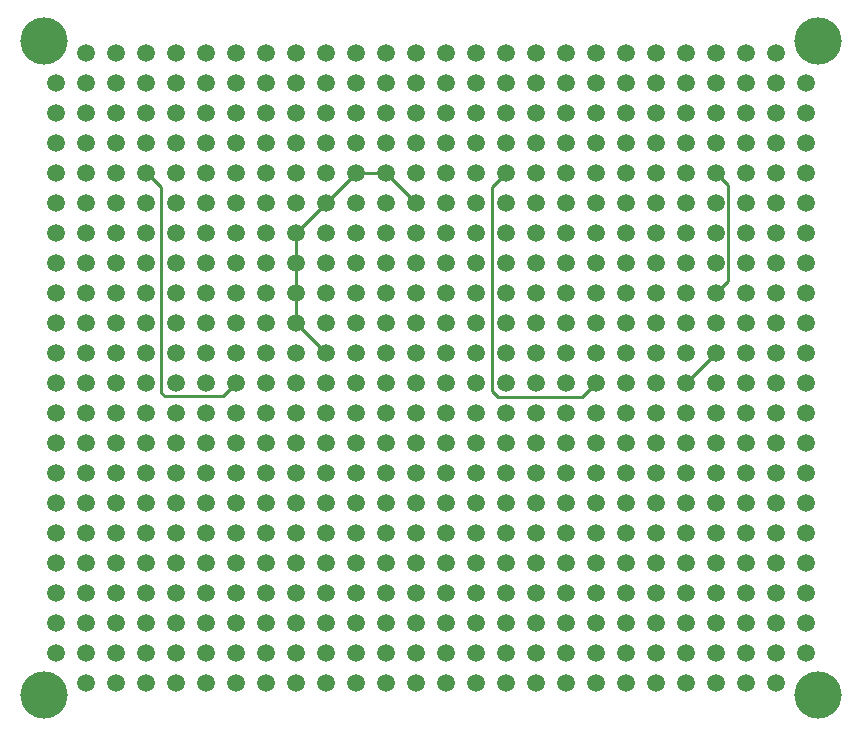
<source format=gbr>
%TF.GenerationSoftware,KiCad,Pcbnew,9.0.2*%
%TF.CreationDate,2025-08-09T13:20:03-07:00*%
%TF.ProjectId,perfidy-board,70657266-6964-4792-9d62-6f6172642e6b,1.1*%
%TF.SameCoordinates,Original*%
%TF.FileFunction,Copper,L3,Inr*%
%TF.FilePolarity,Positive*%
%FSLAX46Y46*%
G04 Gerber Fmt 4.6, Leading zero omitted, Abs format (unit mm)*
G04 Created by KiCad (PCBNEW 9.0.2) date 2025-08-09 13:20:03*
%MOMM*%
%LPD*%
G01*
G04 APERTURE LIST*
%TA.AperFunction,ComponentPad*%
%ADD10C,1.500000*%
%TD*%
%TA.AperFunction,ComponentPad*%
%ADD11C,4.000000*%
%TD*%
%TA.AperFunction,Conductor*%
%ADD12C,0.254000*%
%TD*%
G04 APERTURE END LIST*
D10*
%TO.N,unconnected-(TP40-Pad1)*%
%TO.C,TP40*%
X132560000Y-71660000D03*
%TD*%
%TO.N,unconnected-(TP567-Pad1)*%
%TO.C,TP567*%
X150340000Y-122460000D03*
%TD*%
%TO.N,unconnected-(TP554-Pad1)*%
%TO.C,TP554*%
X117320000Y-122460000D03*
%TD*%
%TO.N,unconnected-(TP543-Pad1)*%
%TO.C,TP543*%
X155420000Y-119920000D03*
%TD*%
%TO.N,unconnected-(TP133-Pad1)*%
%TO.C,TP133*%
X104620000Y-81820000D03*
%TD*%
%TO.N,unconnected-(TP450-Pad1)*%
%TO.C,TP450*%
X117320000Y-112300000D03*
%TD*%
%TO.N,unconnected-(TP499-Pad1)*%
%TO.C,TP499*%
X109700000Y-117380000D03*
%TD*%
%TO.N,unconnected-(TP526-Pad1)*%
%TO.C,TP526*%
X112240000Y-119920000D03*
%TD*%
%TO.N,unconnected-(TP208-Pad1)*%
%TO.C,TP208*%
X163040000Y-86900000D03*
%TD*%
%TO.N,unconnected-(TP146-Pad1)*%
%TO.C,TP146*%
X137640000Y-81820000D03*
%TD*%
%TO.N,unconnected-(TP239-Pad1)*%
%TO.C,TP239*%
X109700000Y-91980000D03*
%TD*%
%TO.N,unconnected-(TP261-Pad1)*%
%TO.C,TP261*%
X99540000Y-94520000D03*
%TD*%
%TO.N,unconnected-(TP324-Pad1)*%
%TO.C,TP324*%
X127480000Y-99600000D03*
%TD*%
%TO.N,unconnected-(TP129-Pad1)*%
%TO.C,TP129*%
X160500000Y-79280000D03*
%TD*%
%TO.N,unconnected-(TP278-Pad1)*%
%TO.C,TP278*%
X142720000Y-94520000D03*
%TD*%
%TO.N,unconnected-(TP54-Pad1)*%
%TO.C,TP54*%
X102080000Y-74200000D03*
%TD*%
%TO.N,unconnected-(TP229-Pad1)*%
%TO.C,TP229*%
X150340000Y-89440000D03*
%TD*%
%TO.N,unconnected-(TP375-Pad1)*%
%TO.C,TP375*%
X124940000Y-104680000D03*
%TD*%
%TO.N,unconnected-(TP348-Pad1)*%
%TO.C,TP348*%
X122400000Y-102140000D03*
%TD*%
%TO.N,/C*%
%TO.C,TP248*%
X132560000Y-91980000D03*
%TD*%
%TO.N,unconnected-(TP102-Pad1)*%
%TO.C,TP102*%
X157960000Y-76740000D03*
%TD*%
%TO.N,unconnected-(TP85-Pad1)*%
%TO.C,TP85*%
X114780000Y-76740000D03*
%TD*%
%TO.N,unconnected-(TP414-Pad1)*%
%TO.C,TP414*%
X157960000Y-107220000D03*
%TD*%
%TO.N,unconnected-(TP268-Pad1)*%
%TO.C,TP268*%
X117320000Y-94520000D03*
%TD*%
%TO.N,/B*%
%TO.C,TP115*%
X124940000Y-79280000D03*
%TD*%
%TO.N,unconnected-(TP410-Pad1)*%
%TO.C,TP410*%
X147800000Y-107220000D03*
%TD*%
%TO.N,unconnected-(TP39-Pad1)*%
%TO.C,TP39*%
X130020000Y-71660000D03*
%TD*%
%TO.N,unconnected-(TP7-Pad1)*%
%TO.C,TP7*%
X114780000Y-69120000D03*
%TD*%
%TO.N,unconnected-(TP223-Pad1)*%
%TO.C,TP223*%
X135100000Y-89440000D03*
%TD*%
%TO.N,unconnected-(TP22-Pad1)*%
%TO.C,TP22*%
X152880000Y-69120000D03*
%TD*%
%TO.N,unconnected-(TP12-Pad1)*%
%TO.C,TP12*%
X127480000Y-69120000D03*
%TD*%
%TO.N,unconnected-(TP480-Pad1)*%
%TO.C,TP480*%
X127480000Y-114840000D03*
%TD*%
%TO.N,unconnected-(TP428-Pad1)*%
%TO.C,TP428*%
X127480000Y-109760000D03*
%TD*%
%TO.N,unconnected-(TP64-Pad1)*%
%TO.C,TP64*%
X127480000Y-74200000D03*
%TD*%
%TO.N,unconnected-(TP206-Pad1)*%
%TO.C,TP206*%
X157960000Y-86900000D03*
%TD*%
%TO.N,unconnected-(TP444-Pad1)*%
%TO.C,TP444*%
X102080000Y-112300000D03*
%TD*%
%TO.N,unconnected-(TP124-Pad1)*%
%TO.C,TP124*%
X147800000Y-79280000D03*
%TD*%
%TO.N,/C*%
%TO.C,TP297*%
X124940000Y-97060000D03*
%TD*%
%TO.N,unconnected-(TP382-Pad1)*%
%TO.C,TP382*%
X142720000Y-104680000D03*
%TD*%
%TO.N,unconnected-(TP421-Pad1)*%
%TO.C,TP421*%
X109700000Y-109760000D03*
%TD*%
%TO.N,unconnected-(TP484-Pad1)*%
%TO.C,TP484*%
X137640000Y-114840000D03*
%TD*%
%TO.N,unconnected-(TP109-Pad1)*%
%TO.C,TP109*%
X109700000Y-79280000D03*
%TD*%
%TO.N,unconnected-(TP472-Pad1)*%
%TO.C,TP472*%
X107160000Y-114840000D03*
%TD*%
%TO.N,unconnected-(TP186-Pad1)*%
%TO.C,TP186*%
X107160000Y-86900000D03*
%TD*%
%TO.N,/E*%
%TO.C,TP283*%
X155420000Y-94520000D03*
%TD*%
%TO.N,unconnected-(TP166-Pad1)*%
%TO.C,TP166*%
X122400000Y-84360000D03*
%TD*%
%TO.N,unconnected-(TP182-Pad1)*%
%TO.C,TP182*%
X163040000Y-84360000D03*
%TD*%
%TO.N,/I*%
%TO.C,TP126*%
X152880000Y-79280000D03*
%TD*%
%TO.N,unconnected-(TP381-Pad1)*%
%TO.C,TP381*%
X140180000Y-104680000D03*
%TD*%
%TO.N,unconnected-(TP185-Pad1)*%
%TO.C,TP185*%
X104620000Y-86900000D03*
%TD*%
%TO.N,unconnected-(TP254-Pad1)*%
%TO.C,TP254*%
X147800000Y-91980000D03*
%TD*%
%TO.N,unconnected-(TP529-Pad1)*%
%TO.C,TP529*%
X119860000Y-119920000D03*
%TD*%
%TO.N,unconnected-(TP265-Pad1)*%
%TO.C,TP265*%
X109700000Y-94520000D03*
%TD*%
%TO.N,unconnected-(TP250-Pad1)*%
%TO.C,TP250*%
X137640000Y-91980000D03*
%TD*%
%TO.N,unconnected-(TP224-Pad1)*%
%TO.C,TP224*%
X137640000Y-89440000D03*
%TD*%
%TO.N,unconnected-(TP121-Pad1)*%
%TO.C,TP121*%
X140180000Y-79280000D03*
%TD*%
%TO.N,unconnected-(TP147-Pad1)*%
%TO.C,TP147*%
X140180000Y-81820000D03*
%TD*%
%TO.N,/C*%
%TO.C,TP298*%
X127480000Y-97060000D03*
%TD*%
%TO.N,unconnected-(TP31-Pad1)*%
%TO.C,TP31*%
X109700000Y-71660000D03*
%TD*%
%TO.N,/C*%
%TO.C,TP222*%
X132560000Y-89440000D03*
%TD*%
%TO.N,unconnected-(TP340-Pad1)*%
%TO.C,TP340*%
X102080000Y-102140000D03*
%TD*%
%TO.N,unconnected-(TP391-Pad1)*%
%TO.C,TP391*%
X99540000Y-107220000D03*
%TD*%
%TO.N,/D*%
%TO.C,TP305*%
X145260000Y-97060000D03*
%TD*%
%TO.N,/D*%
%TO.C,TP120*%
X137640000Y-79280000D03*
%TD*%
%TO.N,unconnected-(TP238-Pad1)*%
%TO.C,TP238*%
X107160000Y-91980000D03*
%TD*%
%TO.N,unconnected-(TP432-Pad1)*%
%TO.C,TP432*%
X137640000Y-109760000D03*
%TD*%
%TO.N,unconnected-(TP481-Pad1)*%
%TO.C,TP481*%
X130020000Y-114840000D03*
%TD*%
%TO.N,unconnected-(TP332-Pad1)*%
%TO.C,TP332*%
X147800000Y-99600000D03*
%TD*%
%TO.N,unconnected-(TP157-Pad1)*%
%TO.C,TP157*%
X99540000Y-84360000D03*
%TD*%
%TO.N,unconnected-(TP362-Pad1)*%
%TO.C,TP362*%
X157960000Y-102140000D03*
%TD*%
%TO.N,unconnected-(TP42-Pad1)*%
%TO.C,TP42*%
X137640000Y-71660000D03*
%TD*%
%TO.N,unconnected-(TP479-Pad1)*%
%TO.C,TP479*%
X124940000Y-114840000D03*
%TD*%
%TO.N,unconnected-(TP350-Pad1)*%
%TO.C,TP350*%
X127480000Y-102140000D03*
%TD*%
%TO.N,unconnected-(TP21-Pad1)*%
%TO.C,TP21*%
X150340000Y-69120000D03*
%TD*%
%TO.N,unconnected-(TP209-Pad1)*%
%TO.C,TP209*%
X99540000Y-89440000D03*
%TD*%
%TO.N,unconnected-(TP333-Pad1)*%
%TO.C,TP333*%
X150340000Y-99600000D03*
%TD*%
%TO.N,unconnected-(TP65-Pad1)*%
%TO.C,TP65*%
X130020000Y-74200000D03*
%TD*%
%TO.N,unconnected-(TP314-Pad1)*%
%TO.C,TP314*%
X102080000Y-99600000D03*
%TD*%
%TO.N,unconnected-(TP264-Pad1)*%
%TO.C,TP264*%
X107160000Y-94520000D03*
%TD*%
%TO.N,unconnected-(TP81-Pad1)*%
%TO.C,TP81*%
X104620000Y-76740000D03*
%TD*%
%TO.N,unconnected-(TP256-Pad1)*%
%TO.C,TP256*%
X152880000Y-91980000D03*
%TD*%
%TO.N,unconnected-(TP67-Pad1)*%
%TO.C,TP67*%
X135100000Y-74200000D03*
%TD*%
D11*
%TO.N,unconnected-(TP26-Pad1)*%
%TO.C,TP26*%
X164056000Y-68104000D03*
%TD*%
D10*
%TO.N,unconnected-(TP456-Pad1)*%
%TO.C,TP456*%
X132560000Y-112300000D03*
%TD*%
%TO.N,unconnected-(TP564-Pad1)*%
%TO.C,TP564*%
X142720000Y-122460000D03*
%TD*%
%TO.N,unconnected-(TP269-Pad1)*%
%TO.C,TP269*%
X119860000Y-94520000D03*
%TD*%
%TO.N,unconnected-(TP327-Pad1)*%
%TO.C,TP327*%
X135100000Y-99600000D03*
%TD*%
%TO.N,unconnected-(TP386-Pad1)*%
%TO.C,TP386*%
X152880000Y-104680000D03*
%TD*%
%TO.N,unconnected-(TP352-Pad1)*%
%TO.C,TP352*%
X132560000Y-102140000D03*
%TD*%
%TO.N,unconnected-(TP56-Pad1)*%
%TO.C,TP56*%
X107160000Y-74200000D03*
%TD*%
%TO.N,unconnected-(TP60-Pad1)*%
%TO.C,TP60*%
X117320000Y-74200000D03*
%TD*%
%TO.N,/G*%
%TO.C,TP394*%
X107160000Y-107220000D03*
%TD*%
%TO.N,unconnected-(TP33-Pad1)*%
%TO.C,TP33*%
X114780000Y-71660000D03*
%TD*%
%TO.N,unconnected-(TP13-Pad1)*%
%TO.C,TP13*%
X130020000Y-69120000D03*
%TD*%
%TO.N,unconnected-(TP334-Pad1)*%
%TO.C,TP334*%
X152880000Y-99600000D03*
%TD*%
%TO.N,unconnected-(TP317-Pad1)*%
%TO.C,TP317*%
X109700000Y-99600000D03*
%TD*%
%TO.N,unconnected-(TP372-Pad1)*%
%TO.C,TP372*%
X117320000Y-104680000D03*
%TD*%
%TO.N,unconnected-(TP106-Pad1)*%
%TO.C,TP106*%
X102080000Y-79280000D03*
%TD*%
%TO.N,unconnected-(TP96-Pad1)*%
%TO.C,TP96*%
X142720000Y-76740000D03*
%TD*%
%TO.N,unconnected-(TP188-Pad1)*%
%TO.C,TP188*%
X112240000Y-86900000D03*
%TD*%
%TO.N,unconnected-(TP154-Pad1)*%
%TO.C,TP154*%
X157960000Y-81820000D03*
%TD*%
%TO.N,unconnected-(TP55-Pad1)*%
%TO.C,TP55*%
X104620000Y-74200000D03*
%TD*%
%TO.N,unconnected-(TP80-Pad1)*%
%TO.C,TP80*%
X102080000Y-76740000D03*
%TD*%
%TO.N,unconnected-(TP95-Pad1)*%
%TO.C,TP95*%
X140180000Y-76740000D03*
%TD*%
%TO.N,unconnected-(TP415-Pad1)*%
%TO.C,TP415*%
X160500000Y-107220000D03*
%TD*%
%TO.N,unconnected-(TP303-Pad1)*%
%TO.C,TP303*%
X140180000Y-97060000D03*
%TD*%
%TO.N,unconnected-(TP218-Pad1)*%
%TO.C,TP218*%
X122400000Y-89440000D03*
%TD*%
%TO.N,unconnected-(TP296-Pad1)*%
%TO.C,TP296*%
X122400000Y-97060000D03*
%TD*%
%TO.N,unconnected-(TP28-Pad1)*%
%TO.C,TP28*%
X102080000Y-71660000D03*
%TD*%
%TO.N,unconnected-(TP242-Pad1)*%
%TO.C,TP242*%
X117320000Y-91980000D03*
%TD*%
%TO.N,/C*%
%TO.C,TP196*%
X132560000Y-86900000D03*
%TD*%
%TO.N,unconnected-(TP455-Pad1)*%
%TO.C,TP455*%
X130020000Y-112300000D03*
%TD*%
%TO.N,unconnected-(TP29-Pad1)*%
%TO.C,TP29*%
X104620000Y-71660000D03*
%TD*%
%TO.N,unconnected-(TP76-Pad1)*%
%TO.C,TP76*%
X157960000Y-74200000D03*
%TD*%
%TO.N,unconnected-(TP272-Pad1)*%
%TO.C,TP272*%
X127480000Y-94520000D03*
%TD*%
%TO.N,unconnected-(TP349-Pad1)*%
%TO.C,TP349*%
X124940000Y-102140000D03*
%TD*%
%TO.N,unconnected-(TP532-Pad1)*%
%TO.C,TP532*%
X127480000Y-119920000D03*
%TD*%
%TO.N,unconnected-(TP198-Pad1)*%
%TO.C,TP198*%
X137640000Y-86900000D03*
%TD*%
%TO.N,unconnected-(TP500-Pad1)*%
%TO.C,TP500*%
X112240000Y-117380000D03*
%TD*%
%TO.N,unconnected-(TP368-Pad1)*%
%TO.C,TP368*%
X107160000Y-104680000D03*
%TD*%
%TO.N,/E*%
%TO.C,TP308*%
X152880000Y-97060000D03*
%TD*%
%TO.N,unconnected-(TP156-Pad1)*%
%TO.C,TP156*%
X163040000Y-81820000D03*
%TD*%
%TO.N,unconnected-(TP71-Pad1)*%
%TO.C,TP71*%
X145260000Y-74200000D03*
%TD*%
%TO.N,unconnected-(TP259-Pad1)*%
%TO.C,TP259*%
X160500000Y-91980000D03*
%TD*%
%TO.N,unconnected-(TP181-Pad1)*%
%TO.C,TP181*%
X160500000Y-84360000D03*
%TD*%
%TO.N,unconnected-(TP365-Pad1)*%
%TO.C,TP365*%
X99540000Y-104680000D03*
%TD*%
%TO.N,unconnected-(TP122-Pad1)*%
%TO.C,TP122*%
X142720000Y-79280000D03*
%TD*%
%TO.N,unconnected-(TP501-Pad1)*%
%TO.C,TP501*%
X114780000Y-117380000D03*
%TD*%
%TO.N,unconnected-(TP363-Pad1)*%
%TO.C,TP363*%
X160500000Y-102140000D03*
%TD*%
%TO.N,unconnected-(TP369-Pad1)*%
%TO.C,TP369*%
X109700000Y-104680000D03*
%TD*%
%TO.N,unconnected-(TP130-Pad1)*%
%TO.C,TP130*%
X163040000Y-79280000D03*
%TD*%
%TO.N,unconnected-(TP290-Pad1)*%
%TO.C,TP290*%
X107160000Y-97060000D03*
%TD*%
%TO.N,unconnected-(TP2-Pad1)*%
%TO.C,TP2*%
X102080000Y-69120000D03*
%TD*%
%TO.N,unconnected-(TP498-Pad1)*%
%TO.C,TP498*%
X107160000Y-117380000D03*
%TD*%
%TO.N,unconnected-(TP99-Pad1)*%
%TO.C,TP99*%
X150340000Y-76740000D03*
%TD*%
%TO.N,unconnected-(TP409-Pad1)*%
%TO.C,TP409*%
X145260000Y-107220000D03*
%TD*%
%TO.N,unconnected-(TP89-Pad1)*%
%TO.C,TP89*%
X124940000Y-76740000D03*
%TD*%
%TO.N,unconnected-(TP367-Pad1)*%
%TO.C,TP367*%
X104620000Y-104680000D03*
%TD*%
%TO.N,unconnected-(TP125-Pad1)*%
%TO.C,TP125*%
X150340000Y-79280000D03*
%TD*%
%TO.N,unconnected-(TP134-Pad1)*%
%TO.C,TP134*%
X107160000Y-81820000D03*
%TD*%
%TO.N,unconnected-(TP425-Pad1)*%
%TO.C,TP425*%
X119860000Y-109760000D03*
%TD*%
%TO.N,unconnected-(TP339-Pad1)*%
%TO.C,TP339*%
X99540000Y-102140000D03*
%TD*%
%TO.N,unconnected-(TP100-Pad1)*%
%TO.C,TP100*%
X152880000Y-76740000D03*
%TD*%
%TO.N,unconnected-(TP439-Pad1)*%
%TO.C,TP439*%
X155420000Y-109760000D03*
%TD*%
%TO.N,unconnected-(TP240-Pad1)*%
%TO.C,TP240*%
X112240000Y-91980000D03*
%TD*%
%TO.N,unconnected-(TP92-Pad1)*%
%TO.C,TP92*%
X132560000Y-76740000D03*
%TD*%
%TO.N,unconnected-(TP260-Pad1)*%
%TO.C,TP260*%
X163040000Y-91980000D03*
%TD*%
%TO.N,unconnected-(TP476-Pad1)*%
%TO.C,TP476*%
X117320000Y-114840000D03*
%TD*%
%TO.N,unconnected-(TP399-Pad1)*%
%TO.C,TP399*%
X119860000Y-107220000D03*
%TD*%
%TO.N,unconnected-(TP429-Pad1)*%
%TO.C,TP429*%
X130020000Y-109760000D03*
%TD*%
%TO.N,unconnected-(TP416-Pad1)*%
%TO.C,TP416*%
X163040000Y-107220000D03*
%TD*%
%TO.N,unconnected-(TP267-Pad1)*%
%TO.C,TP267*%
X114780000Y-94520000D03*
%TD*%
%TO.N,/F*%
%TO.C,TP127*%
X155420000Y-79280000D03*
%TD*%
%TO.N,unconnected-(TP14-Pad1)*%
%TO.C,TP14*%
X132560000Y-69120000D03*
%TD*%
%TO.N,unconnected-(TP385-Pad1)*%
%TO.C,TP385*%
X150340000Y-104680000D03*
%TD*%
%TO.N,unconnected-(TP149-Pad1)*%
%TO.C,TP149*%
X145260000Y-81820000D03*
%TD*%
%TO.N,unconnected-(TP141-Pad1)*%
%TO.C,TP141*%
X124940000Y-81820000D03*
%TD*%
%TO.N,unconnected-(TP430-Pad1)*%
%TO.C,TP430*%
X132560000Y-109760000D03*
%TD*%
%TO.N,unconnected-(TP87-Pad1)*%
%TO.C,TP87*%
X119860000Y-76740000D03*
%TD*%
%TO.N,unconnected-(TP172-Pad1)*%
%TO.C,TP172*%
X137640000Y-84360000D03*
%TD*%
%TO.N,unconnected-(TP162-Pad1)*%
%TO.C,TP162*%
X112240000Y-84360000D03*
%TD*%
%TO.N,unconnected-(TP202-Pad1)*%
%TO.C,TP202*%
X147800000Y-86900000D03*
%TD*%
%TO.N,unconnected-(TP378-Pad1)*%
%TO.C,TP378*%
X132560000Y-104680000D03*
%TD*%
%TO.N,unconnected-(TP62-Pad1)*%
%TO.C,TP62*%
X122400000Y-74200000D03*
%TD*%
%TO.N,unconnected-(TP5-Pad1)*%
%TO.C,TP5*%
X109700000Y-69120000D03*
%TD*%
%TO.N,unconnected-(TP355-Pad1)*%
%TO.C,TP355*%
X140180000Y-102140000D03*
%TD*%
%TO.N,unconnected-(TP234-Pad1)*%
%TO.C,TP234*%
X163040000Y-89440000D03*
%TD*%
%TO.N,unconnected-(TP84-Pad1)*%
%TO.C,TP84*%
X112240000Y-76740000D03*
%TD*%
%TO.N,unconnected-(TP107-Pad1)*%
%TO.C,TP107*%
X104620000Y-79280000D03*
%TD*%
%TO.N,unconnected-(TP457-Pad1)*%
%TO.C,TP457*%
X135100000Y-112300000D03*
%TD*%
%TO.N,unconnected-(TP361-Pad1)*%
%TO.C,TP361*%
X155420000Y-102140000D03*
%TD*%
%TO.N,unconnected-(TP301-Pad1)*%
%TO.C,TP301*%
X135100000Y-97060000D03*
%TD*%
%TO.N,unconnected-(TP561-Pad1)*%
%TO.C,TP561*%
X135100000Y-122460000D03*
%TD*%
%TO.N,unconnected-(TP320-Pad1)*%
%TO.C,TP320*%
X117320000Y-99600000D03*
%TD*%
%TO.N,unconnected-(TP183-Pad1)*%
%TO.C,TP183*%
X99540000Y-86900000D03*
%TD*%
%TO.N,/B*%
%TO.C,TP165*%
X119860000Y-84360000D03*
%TD*%
%TO.N,unconnected-(TP27-Pad1)*%
%TO.C,TP27*%
X99540000Y-71660000D03*
%TD*%
%TO.N,unconnected-(TP542-Pad1)*%
%TO.C,TP542*%
X152880000Y-119920000D03*
%TD*%
%TO.N,/C*%
%TO.C,TP273*%
X130020000Y-94520000D03*
%TD*%
%TO.N,/G*%
%TO.C,TP413*%
X155420000Y-107220000D03*
%TD*%
%TO.N,unconnected-(TP405-Pad1)*%
%TO.C,TP405*%
X135100000Y-107220000D03*
%TD*%
%TO.N,unconnected-(TP530-Pad1)*%
%TO.C,TP530*%
X122400000Y-119920000D03*
%TD*%
%TO.N,unconnected-(TP515-Pad1)*%
%TO.C,TP515*%
X150340000Y-117380000D03*
%TD*%
%TO.N,unconnected-(TP255-Pad1)*%
%TO.C,TP255*%
X150340000Y-91980000D03*
%TD*%
%TO.N,unconnected-(TP227-Pad1)*%
%TO.C,TP227*%
X145260000Y-89440000D03*
%TD*%
%TO.N,unconnected-(TP538-Pad1)*%
%TO.C,TP538*%
X142720000Y-119920000D03*
%TD*%
%TO.N,unconnected-(TP190-Pad1)*%
%TO.C,TP190*%
X117320000Y-86900000D03*
%TD*%
%TO.N,unconnected-(TP168-Pad1)*%
%TO.C,TP168*%
X127480000Y-84360000D03*
%TD*%
%TO.N,unconnected-(TP24-Pad1)*%
%TO.C,TP24*%
X157960000Y-69120000D03*
%TD*%
%TO.N,unconnected-(TP506-Pad1)*%
%TO.C,TP506*%
X127480000Y-117380000D03*
%TD*%
%TO.N,unconnected-(TP241-Pad1)*%
%TO.C,TP241*%
X114780000Y-91980000D03*
%TD*%
%TO.N,unconnected-(TP184-Pad1)*%
%TO.C,TP184*%
X102080000Y-86900000D03*
%TD*%
%TO.N,unconnected-(TP478-Pad1)*%
%TO.C,TP478*%
X122400000Y-114840000D03*
%TD*%
%TO.N,unconnected-(TP492-Pad1)*%
%TO.C,TP492*%
X157960000Y-114840000D03*
%TD*%
%TO.N,unconnected-(TP486-Pad1)*%
%TO.C,TP486*%
X142720000Y-114840000D03*
%TD*%
%TO.N,unconnected-(TP364-Pad1)*%
%TO.C,TP364*%
X163040000Y-102140000D03*
%TD*%
%TO.N,unconnected-(TP326-Pad1)*%
%TO.C,TP326*%
X132560000Y-99600000D03*
%TD*%
%TO.N,unconnected-(TP319-Pad1)*%
%TO.C,TP319*%
X114780000Y-99600000D03*
%TD*%
%TO.N,unconnected-(TP535-Pad1)*%
%TO.C,TP535*%
X135100000Y-119920000D03*
%TD*%
%TO.N,unconnected-(TP528-Pad1)*%
%TO.C,TP528*%
X117320000Y-119920000D03*
%TD*%
%TO.N,unconnected-(TP118-Pad1)*%
%TO.C,TP118*%
X132560000Y-79280000D03*
%TD*%
%TO.N,unconnected-(TP136-Pad1)*%
%TO.C,TP136*%
X112240000Y-81820000D03*
%TD*%
%TO.N,unconnected-(TP142-Pad1)*%
%TO.C,TP142*%
X127480000Y-81820000D03*
%TD*%
%TO.N,unconnected-(TP322-Pad1)*%
%TO.C,TP322*%
X122400000Y-99600000D03*
%TD*%
%TO.N,unconnected-(TP465-Pad1)*%
%TO.C,TP465*%
X155420000Y-112300000D03*
%TD*%
%TO.N,/H*%
%TO.C,TP309*%
X155420000Y-97060000D03*
%TD*%
%TO.N,unconnected-(TP46-Pad1)*%
%TO.C,TP46*%
X147800000Y-71660000D03*
%TD*%
%TO.N,unconnected-(TP519-Pad1)*%
%TO.C,TP519*%
X160500000Y-117380000D03*
%TD*%
%TO.N,unconnected-(TP138-Pad1)*%
%TO.C,TP138*%
X117320000Y-81820000D03*
%TD*%
%TO.N,unconnected-(TP86-Pad1)*%
%TO.C,TP86*%
X117320000Y-76740000D03*
%TD*%
%TO.N,unconnected-(TP552-Pad1)*%
%TO.C,TP552*%
X112240000Y-122460000D03*
%TD*%
%TO.N,unconnected-(TP4-Pad1)*%
%TO.C,TP4*%
X107160000Y-69120000D03*
%TD*%
%TO.N,unconnected-(TP527-Pad1)*%
%TO.C,TP527*%
X114780000Y-119920000D03*
%TD*%
%TO.N,unconnected-(TP280-Pad1)*%
%TO.C,TP280*%
X147800000Y-94520000D03*
%TD*%
%TO.N,/B*%
%TO.C,TP116*%
X127480000Y-79280000D03*
%TD*%
%TO.N,unconnected-(TP329-Pad1)*%
%TO.C,TP329*%
X140180000Y-99600000D03*
%TD*%
%TO.N,unconnected-(TP51-Pad1)*%
%TO.C,TP51*%
X160500000Y-71660000D03*
%TD*%
%TO.N,unconnected-(TP288-Pad1)*%
%TO.C,TP288*%
X102080000Y-97060000D03*
%TD*%
%TO.N,unconnected-(TP389-Pad1)*%
%TO.C,TP389*%
X160500000Y-104680000D03*
%TD*%
%TO.N,unconnected-(TP151-Pad1)*%
%TO.C,TP151*%
X150340000Y-81820000D03*
%TD*%
%TO.N,unconnected-(TP171-Pad1)*%
%TO.C,TP171*%
X135100000Y-84360000D03*
%TD*%
%TO.N,unconnected-(TP323-Pad1)*%
%TO.C,TP323*%
X124940000Y-99600000D03*
%TD*%
%TO.N,unconnected-(TP235-Pad1)*%
%TO.C,TP235*%
X99540000Y-91980000D03*
%TD*%
%TO.N,unconnected-(TP145-Pad1)*%
%TO.C,TP145*%
X135100000Y-81820000D03*
%TD*%
%TO.N,unconnected-(TP207-Pad1)*%
%TO.C,TP207*%
X160500000Y-86900000D03*
%TD*%
%TO.N,unconnected-(TP197-Pad1)*%
%TO.C,TP197*%
X135100000Y-86900000D03*
%TD*%
%TO.N,unconnected-(TP34-Pad1)*%
%TO.C,TP34*%
X117320000Y-71660000D03*
%TD*%
%TO.N,unconnected-(TP555-Pad1)*%
%TO.C,TP555*%
X119860000Y-122460000D03*
%TD*%
%TO.N,unconnected-(TP419-Pad1)*%
%TO.C,TP419*%
X104620000Y-109760000D03*
%TD*%
%TO.N,unconnected-(TP135-Pad1)*%
%TO.C,TP135*%
X109700000Y-81820000D03*
%TD*%
%TO.N,unconnected-(TP131-Pad1)*%
%TO.C,TP131*%
X99540000Y-81820000D03*
%TD*%
%TO.N,unconnected-(TP534-Pad1)*%
%TO.C,TP534*%
X132560000Y-119920000D03*
%TD*%
%TO.N,unconnected-(TP558-Pad1)*%
%TO.C,TP558*%
X127480000Y-122460000D03*
%TD*%
%TO.N,unconnected-(TP43-Pad1)*%
%TO.C,TP43*%
X140180000Y-71660000D03*
%TD*%
%TO.N,unconnected-(TP423-Pad1)*%
%TO.C,TP423*%
X114780000Y-109760000D03*
%TD*%
%TO.N,unconnected-(TP285-Pad1)*%
%TO.C,TP285*%
X160500000Y-94520000D03*
%TD*%
%TO.N,unconnected-(TP342-Pad1)*%
%TO.C,TP342*%
X107160000Y-102140000D03*
%TD*%
%TO.N,unconnected-(TP201-Pad1)*%
%TO.C,TP201*%
X145260000Y-86900000D03*
%TD*%
%TO.N,unconnected-(TP453-Pad1)*%
%TO.C,TP453*%
X124940000Y-112300000D03*
%TD*%
%TO.N,unconnected-(TP249-Pad1)*%
%TO.C,TP249*%
X135100000Y-91980000D03*
%TD*%
%TO.N,/B*%
%TO.C,TP243*%
X119860000Y-91980000D03*
%TD*%
%TO.N,/H*%
%TO.C,TP282*%
X152880000Y-94520000D03*
%TD*%
%TO.N,unconnected-(TP422-Pad1)*%
%TO.C,TP422*%
X112240000Y-109760000D03*
%TD*%
%TO.N,unconnected-(TP74-Pad1)*%
%TO.C,TP74*%
X152880000Y-74200000D03*
%TD*%
%TO.N,unconnected-(TP467-Pad1)*%
%TO.C,TP467*%
X160500000Y-112300000D03*
%TD*%
%TO.N,/B*%
%TO.C,TP270*%
X122400000Y-94520000D03*
%TD*%
%TO.N,unconnected-(TP37-Pad1)*%
%TO.C,TP37*%
X124940000Y-71660000D03*
%TD*%
%TO.N,unconnected-(TP466-Pad1)*%
%TO.C,TP466*%
X157960000Y-112300000D03*
%TD*%
%TO.N,unconnected-(TP546-Pad1)*%
%TO.C,TP546*%
X163040000Y-119920000D03*
%TD*%
%TO.N,unconnected-(TP213-Pad1)*%
%TO.C,TP213*%
X109700000Y-89440000D03*
%TD*%
%TO.N,unconnected-(TP331-Pad1)*%
%TO.C,TP331*%
X145260000Y-99600000D03*
%TD*%
%TO.N,unconnected-(TP461-Pad1)*%
%TO.C,TP461*%
X145260000Y-112300000D03*
%TD*%
%TO.N,unconnected-(TP463-Pad1)*%
%TO.C,TP463*%
X150340000Y-112300000D03*
%TD*%
%TO.N,unconnected-(TP91-Pad1)*%
%TO.C,TP91*%
X130020000Y-76740000D03*
%TD*%
%TO.N,unconnected-(TP90-Pad1)*%
%TO.C,TP90*%
X127480000Y-76740000D03*
%TD*%
%TO.N,unconnected-(TP114-Pad1)*%
%TO.C,TP114*%
X122400000Y-79280000D03*
%TD*%
%TO.N,unconnected-(TP52-Pad1)*%
%TO.C,TP52*%
X163040000Y-71660000D03*
%TD*%
%TO.N,unconnected-(TP161-Pad1)*%
%TO.C,TP161*%
X109700000Y-84360000D03*
%TD*%
%TO.N,unconnected-(TP557-Pad1)*%
%TO.C,TP557*%
X124940000Y-122460000D03*
%TD*%
%TO.N,unconnected-(TP549-Pad1)*%
%TO.C,TP549*%
X104620000Y-122460000D03*
%TD*%
%TO.N,unconnected-(TP338-Pad1)*%
%TO.C,TP338*%
X163040000Y-99600000D03*
%TD*%
%TO.N,unconnected-(TP507-Pad1)*%
%TO.C,TP507*%
X130020000Y-117380000D03*
%TD*%
%TO.N,unconnected-(TP6-Pad1)*%
%TO.C,TP6*%
X112240000Y-69120000D03*
%TD*%
%TO.N,unconnected-(TP321-Pad1)*%
%TO.C,TP321*%
X119860000Y-99600000D03*
%TD*%
%TO.N,unconnected-(TP491-Pad1)*%
%TO.C,TP491*%
X155420000Y-114840000D03*
%TD*%
%TO.N,unconnected-(TP150-Pad1)*%
%TO.C,TP150*%
X147800000Y-81820000D03*
%TD*%
%TO.N,unconnected-(TP539-Pad1)*%
%TO.C,TP539*%
X145260000Y-119920000D03*
%TD*%
%TO.N,unconnected-(TP540-Pad1)*%
%TO.C,TP540*%
X147800000Y-119920000D03*
%TD*%
%TO.N,unconnected-(TP398-Pad1)*%
%TO.C,TP398*%
X117320000Y-107220000D03*
%TD*%
%TO.N,unconnected-(TP412-Pad1)*%
%TO.C,TP412*%
X152880000Y-107220000D03*
%TD*%
%TO.N,unconnected-(TP401-Pad1)*%
%TO.C,TP401*%
X124940000Y-107220000D03*
%TD*%
%TO.N,unconnected-(TP295-Pad1)*%
%TO.C,TP295*%
X119860000Y-97060000D03*
%TD*%
%TO.N,unconnected-(TP511-Pad1)*%
%TO.C,TP511*%
X140180000Y-117380000D03*
%TD*%
%TO.N,unconnected-(TP257-Pad1)*%
%TO.C,TP257*%
X155420000Y-91980000D03*
%TD*%
%TO.N,unconnected-(TP310-Pad1)*%
%TO.C,TP310*%
X157960000Y-97060000D03*
%TD*%
%TO.N,unconnected-(TP128-Pad1)*%
%TO.C,TP128*%
X157960000Y-79280000D03*
%TD*%
%TO.N,unconnected-(TP49-Pad1)*%
%TO.C,TP49*%
X155420000Y-71660000D03*
%TD*%
%TO.N,unconnected-(TP48-Pad1)*%
%TO.C,TP48*%
X152880000Y-71660000D03*
%TD*%
%TO.N,unconnected-(TP341-Pad1)*%
%TO.C,TP341*%
X104620000Y-102140000D03*
%TD*%
%TO.N,unconnected-(TP505-Pad1)*%
%TO.C,TP505*%
X124940000Y-117380000D03*
%TD*%
%TO.N,unconnected-(TP176-Pad1)*%
%TO.C,TP176*%
X147800000Y-84360000D03*
%TD*%
%TO.N,unconnected-(TP325-Pad1)*%
%TO.C,TP325*%
X130020000Y-99600000D03*
%TD*%
%TO.N,unconnected-(TP437-Pad1)*%
%TO.C,TP437*%
X150340000Y-109760000D03*
%TD*%
%TO.N,unconnected-(TP177-Pad1)*%
%TO.C,TP177*%
X150340000Y-84360000D03*
%TD*%
%TO.N,unconnected-(TP402-Pad1)*%
%TO.C,TP402*%
X127480000Y-107220000D03*
%TD*%
%TO.N,unconnected-(TP167-Pad1)*%
%TO.C,TP167*%
X124940000Y-84360000D03*
%TD*%
%TO.N,unconnected-(TP252-Pad1)*%
%TO.C,TP252*%
X142720000Y-91980000D03*
%TD*%
%TO.N,unconnected-(TP335-Pad1)*%
%TO.C,TP335*%
X155420000Y-99600000D03*
%TD*%
%TO.N,unconnected-(TP531-Pad1)*%
%TO.C,TP531*%
X124940000Y-119920000D03*
%TD*%
%TO.N,unconnected-(TP233-Pad1)*%
%TO.C,TP233*%
X160500000Y-89440000D03*
%TD*%
%TO.N,unconnected-(TP358-Pad1)*%
%TO.C,TP358*%
X147800000Y-102140000D03*
%TD*%
%TO.N,unconnected-(TP496-Pad1)*%
%TO.C,TP496*%
X102080000Y-117380000D03*
%TD*%
%TO.N,unconnected-(TP460-Pad1)*%
%TO.C,TP460*%
X142720000Y-112300000D03*
%TD*%
%TO.N,unconnected-(TP370-Pad1)*%
%TO.C,TP370*%
X112240000Y-104680000D03*
%TD*%
%TO.N,unconnected-(TP377-Pad1)*%
%TO.C,TP377*%
X130020000Y-104680000D03*
%TD*%
%TO.N,unconnected-(TP228-Pad1)*%
%TO.C,TP228*%
X147800000Y-89440000D03*
%TD*%
%TO.N,unconnected-(TP471-Pad1)*%
%TO.C,TP471*%
X104620000Y-114840000D03*
%TD*%
%TO.N,unconnected-(TP262-Pad1)*%
%TO.C,TP262*%
X102080000Y-94520000D03*
%TD*%
%TO.N,unconnected-(TP307-Pad1)*%
%TO.C,TP307*%
X150340000Y-97060000D03*
%TD*%
%TO.N,unconnected-(TP275-Pad1)*%
%TO.C,TP275*%
X135100000Y-94520000D03*
%TD*%
%TO.N,unconnected-(TP343-Pad1)*%
%TO.C,TP343*%
X109700000Y-102140000D03*
%TD*%
%TO.N,unconnected-(TP516-Pad1)*%
%TO.C,TP516*%
X152880000Y-117380000D03*
%TD*%
%TO.N,unconnected-(TP477-Pad1)*%
%TO.C,TP477*%
X119860000Y-114840000D03*
%TD*%
%TO.N,unconnected-(TP195-Pad1)*%
%TO.C,TP195*%
X130020000Y-86900000D03*
%TD*%
%TO.N,unconnected-(TP436-Pad1)*%
%TO.C,TP436*%
X147800000Y-109760000D03*
%TD*%
%TO.N,unconnected-(TP119-Pad1)*%
%TO.C,TP119*%
X135100000Y-79280000D03*
%TD*%
%TO.N,unconnected-(TP388-Pad1)*%
%TO.C,TP388*%
X157960000Y-104680000D03*
%TD*%
%TO.N,unconnected-(TP336-Pad1)*%
%TO.C,TP336*%
X157960000Y-99600000D03*
%TD*%
%TO.N,unconnected-(TP553-Pad1)*%
%TO.C,TP553*%
X114780000Y-122460000D03*
%TD*%
%TO.N,unconnected-(TP30-Pad1)*%
%TO.C,TP30*%
X107160000Y-71660000D03*
%TD*%
%TO.N,unconnected-(TP152-Pad1)*%
%TO.C,TP152*%
X152880000Y-81820000D03*
%TD*%
%TO.N,unconnected-(TP187-Pad1)*%
%TO.C,TP187*%
X109700000Y-86900000D03*
%TD*%
%TO.N,unconnected-(TP204-Pad1)*%
%TO.C,TP204*%
X152880000Y-86900000D03*
%TD*%
%TO.N,unconnected-(TP153-Pad1)*%
%TO.C,TP153*%
X155420000Y-81820000D03*
%TD*%
%TO.N,unconnected-(TP68-Pad1)*%
%TO.C,TP68*%
X137640000Y-74200000D03*
%TD*%
%TO.N,unconnected-(TP173-Pad1)*%
%TO.C,TP173*%
X140180000Y-84360000D03*
%TD*%
%TO.N,unconnected-(TP502-Pad1)*%
%TO.C,TP502*%
X117320000Y-117380000D03*
%TD*%
%TO.N,unconnected-(TP420-Pad1)*%
%TO.C,TP420*%
X107160000Y-109760000D03*
%TD*%
%TO.N,unconnected-(TP160-Pad1)*%
%TO.C,TP160*%
X107160000Y-84360000D03*
%TD*%
%TO.N,unconnected-(TP20-Pad1)*%
%TO.C,TP20*%
X147800000Y-69120000D03*
%TD*%
%TO.N,unconnected-(TP533-Pad1)*%
%TO.C,TP533*%
X130020000Y-119920000D03*
%TD*%
%TO.N,unconnected-(TP302-Pad1)*%
%TO.C,TP302*%
X137640000Y-97060000D03*
%TD*%
%TO.N,unconnected-(TP281-Pad1)*%
%TO.C,TP281*%
X150340000Y-94520000D03*
%TD*%
%TO.N,unconnected-(TP525-Pad1)*%
%TO.C,TP525*%
X109700000Y-119920000D03*
%TD*%
%TO.N,unconnected-(TP448-Pad1)*%
%TO.C,TP448*%
X112240000Y-112300000D03*
%TD*%
%TO.N,/B*%
%TO.C,TP217*%
X119860000Y-89440000D03*
%TD*%
%TO.N,unconnected-(TP3-Pad1)*%
%TO.C,TP3*%
X104620000Y-69120000D03*
%TD*%
%TO.N,unconnected-(TP137-Pad1)*%
%TO.C,TP137*%
X114780000Y-81820000D03*
%TD*%
%TO.N,unconnected-(TP245-Pad1)*%
%TO.C,TP245*%
X124940000Y-91980000D03*
%TD*%
%TO.N,unconnected-(TP438-Pad1)*%
%TO.C,TP438*%
X152880000Y-109760000D03*
%TD*%
%TO.N,unconnected-(TP94-Pad1)*%
%TO.C,TP94*%
X137640000Y-76740000D03*
%TD*%
%TO.N,unconnected-(TP454-Pad1)*%
%TO.C,TP454*%
X127480000Y-112300000D03*
%TD*%
%TO.N,unconnected-(TP123-Pad1)*%
%TO.C,TP123*%
X145260000Y-79280000D03*
%TD*%
%TO.N,unconnected-(TP225-Pad1)*%
%TO.C,TP225*%
X140180000Y-89440000D03*
%TD*%
%TO.N,unconnected-(TP548-Pad1)*%
%TO.C,TP548*%
X102080000Y-122460000D03*
%TD*%
%TO.N,unconnected-(TP192-Pad1)*%
%TO.C,TP192*%
X122400000Y-86900000D03*
%TD*%
%TO.N,unconnected-(TP72-Pad1)*%
%TO.C,TP72*%
X147800000Y-74200000D03*
%TD*%
%TO.N,unconnected-(TP524-Pad1)*%
%TO.C,TP524*%
X107160000Y-119920000D03*
%TD*%
%TO.N,unconnected-(TP544-Pad1)*%
%TO.C,TP544*%
X157960000Y-119920000D03*
%TD*%
%TO.N,unconnected-(TP219-Pad1)*%
%TO.C,TP219*%
X124940000Y-89440000D03*
%TD*%
%TO.N,unconnected-(TP45-Pad1)*%
%TO.C,TP45*%
X145260000Y-71660000D03*
%TD*%
%TO.N,unconnected-(TP210-Pad1)*%
%TO.C,TP210*%
X102080000Y-89440000D03*
%TD*%
%TO.N,unconnected-(TP9-Pad1)*%
%TO.C,TP9*%
X119860000Y-69120000D03*
%TD*%
%TO.N,unconnected-(TP318-Pad1)*%
%TO.C,TP318*%
X112240000Y-99600000D03*
%TD*%
%TO.N,unconnected-(TP11-Pad1)*%
%TO.C,TP11*%
X124940000Y-69120000D03*
%TD*%
%TO.N,unconnected-(TP211-Pad1)*%
%TO.C,TP211*%
X104620000Y-89440000D03*
%TD*%
%TO.N,unconnected-(TP494-Pad1)*%
%TO.C,TP494*%
X163040000Y-114840000D03*
%TD*%
%TO.N,unconnected-(TP159-Pad1)*%
%TO.C,TP159*%
X104620000Y-84360000D03*
%TD*%
%TO.N,unconnected-(TP513-Pad1)*%
%TO.C,TP513*%
X145260000Y-117380000D03*
%TD*%
%TO.N,unconnected-(TP411-Pad1)*%
%TO.C,TP411*%
X150340000Y-107220000D03*
%TD*%
%TO.N,unconnected-(TP469-Pad1)*%
%TO.C,TP469*%
X99540000Y-114840000D03*
%TD*%
%TO.N,unconnected-(TP487-Pad1)*%
%TO.C,TP487*%
X145260000Y-114840000D03*
%TD*%
%TO.N,unconnected-(TP258-Pad1)*%
%TO.C,TP258*%
X157960000Y-91980000D03*
%TD*%
%TO.N,unconnected-(TP286-Pad1)*%
%TO.C,TP286*%
X163040000Y-94520000D03*
%TD*%
%TO.N,unconnected-(TP66-Pad1)*%
%TO.C,TP66*%
X132560000Y-74200000D03*
%TD*%
%TO.N,unconnected-(TP551-Pad1)*%
%TO.C,TP551*%
X109700000Y-122460000D03*
%TD*%
%TO.N,unconnected-(TP313-Pad1)*%
%TO.C,TP313*%
X99540000Y-99600000D03*
%TD*%
%TO.N,unconnected-(TP514-Pad1)*%
%TO.C,TP514*%
X147800000Y-117380000D03*
%TD*%
%TO.N,unconnected-(TP10-Pad1)*%
%TO.C,TP10*%
X122400000Y-69120000D03*
%TD*%
%TO.N,unconnected-(TP311-Pad1)*%
%TO.C,TP311*%
X160500000Y-97060000D03*
%TD*%
%TO.N,unconnected-(TP236-Pad1)*%
%TO.C,TP236*%
X102080000Y-91980000D03*
%TD*%
%TO.N,unconnected-(TP194-Pad1)*%
%TO.C,TP194*%
X127480000Y-86900000D03*
%TD*%
%TO.N,unconnected-(TP163-Pad1)*%
%TO.C,TP163*%
X114780000Y-84360000D03*
%TD*%
%TO.N,unconnected-(TP36-Pad1)*%
%TO.C,TP36*%
X122400000Y-71660000D03*
%TD*%
%TO.N,unconnected-(TP291-Pad1)*%
%TO.C,TP291*%
X109700000Y-97060000D03*
%TD*%
%TO.N,unconnected-(TP277-Pad1)*%
%TO.C,TP277*%
X140180000Y-94520000D03*
%TD*%
%TO.N,unconnected-(TP379-Pad1)*%
%TO.C,TP379*%
X135100000Y-104680000D03*
%TD*%
%TO.N,unconnected-(TP503-Pad1)*%
%TO.C,TP503*%
X119860000Y-117380000D03*
%TD*%
%TO.N,unconnected-(TP174-Pad1)*%
%TO.C,TP174*%
X142720000Y-84360000D03*
%TD*%
%TO.N,unconnected-(TP400-Pad1)*%
%TO.C,TP400*%
X122400000Y-107220000D03*
%TD*%
%TO.N,unconnected-(TP244-Pad1)*%
%TO.C,TP244*%
X122400000Y-91980000D03*
%TD*%
%TO.N,unconnected-(TP287-Pad1)*%
%TO.C,TP287*%
X99540000Y-97060000D03*
%TD*%
%TO.N,unconnected-(TP541-Pad1)*%
%TO.C,TP541*%
X150340000Y-119920000D03*
%TD*%
%TO.N,unconnected-(TP452-Pad1)*%
%TO.C,TP452*%
X122400000Y-112300000D03*
%TD*%
%TO.N,unconnected-(TP408-Pad1)*%
%TO.C,TP408*%
X142720000Y-107220000D03*
%TD*%
%TO.N,unconnected-(TP83-Pad1)*%
%TO.C,TP83*%
X109700000Y-76740000D03*
%TD*%
%TO.N,/C*%
%TO.C,TP170*%
X132560000Y-84360000D03*
%TD*%
%TO.N,unconnected-(TP417-Pad1)*%
%TO.C,TP417*%
X99540000Y-109760000D03*
%TD*%
%TO.N,unconnected-(TP517-Pad1)*%
%TO.C,TP517*%
X155420000Y-117380000D03*
%TD*%
%TO.N,unconnected-(TP374-Pad1)*%
%TO.C,TP374*%
X122400000Y-104680000D03*
%TD*%
%TO.N,unconnected-(TP88-Pad1)*%
%TO.C,TP88*%
X122400000Y-76740000D03*
%TD*%
%TO.N,unconnected-(TP387-Pad1)*%
%TO.C,TP387*%
X155420000Y-104680000D03*
%TD*%
%TO.N,unconnected-(TP562-Pad1)*%
%TO.C,TP562*%
X137640000Y-122460000D03*
%TD*%
%TO.N,unconnected-(TP357-Pad1)*%
%TO.C,TP357*%
X145260000Y-102140000D03*
%TD*%
%TO.N,unconnected-(TP284-Pad1)*%
%TO.C,TP284*%
X157960000Y-94520000D03*
%TD*%
%TO.N,unconnected-(TP395-Pad1)*%
%TO.C,TP395*%
X109700000Y-107220000D03*
%TD*%
%TO.N,unconnected-(TP105-Pad1)*%
%TO.C,TP105*%
X99540000Y-79280000D03*
%TD*%
%TO.N,unconnected-(TP337-Pad1)*%
%TO.C,TP337*%
X160500000Y-99600000D03*
%TD*%
%TO.N,unconnected-(TP15-Pad1)*%
%TO.C,TP15*%
X135100000Y-69120000D03*
%TD*%
%TO.N,unconnected-(TP78-Pad1)*%
%TO.C,TP78*%
X163040000Y-74200000D03*
%TD*%
%TO.N,unconnected-(TP449-Pad1)*%
%TO.C,TP449*%
X114780000Y-112300000D03*
%TD*%
%TO.N,unconnected-(TP19-Pad1)*%
%TO.C,TP19*%
X145260000Y-69120000D03*
%TD*%
%TO.N,unconnected-(TP354-Pad1)*%
%TO.C,TP354*%
X137640000Y-102140000D03*
%TD*%
D11*
%TO.N,unconnected-(TP547-Pad1)*%
%TO.C,TP547*%
X98524000Y-123476000D03*
%TD*%
D10*
%TO.N,unconnected-(TP237-Pad1)*%
%TO.C,TP237*%
X104620000Y-91980000D03*
%TD*%
%TO.N,unconnected-(TP556-Pad1)*%
%TO.C,TP556*%
X122400000Y-122460000D03*
%TD*%
%TO.N,unconnected-(TP144-Pad1)*%
%TO.C,TP144*%
X132560000Y-81820000D03*
%TD*%
%TO.N,unconnected-(TP441-Pad1)*%
%TO.C,TP441*%
X160500000Y-109760000D03*
%TD*%
%TO.N,unconnected-(TP289-Pad1)*%
%TO.C,TP289*%
X104620000Y-97060000D03*
%TD*%
%TO.N,unconnected-(TP132-Pad1)*%
%TO.C,TP132*%
X102080000Y-81820000D03*
%TD*%
%TO.N,unconnected-(TP373-Pad1)*%
%TO.C,TP373*%
X119860000Y-104680000D03*
%TD*%
%TO.N,unconnected-(TP470-Pad1)*%
%TO.C,TP470*%
X102080000Y-114840000D03*
%TD*%
%TO.N,unconnected-(TP175-Pad1)*%
%TO.C,TP175*%
X145260000Y-84360000D03*
%TD*%
%TO.N,unconnected-(TP344-Pad1)*%
%TO.C,TP344*%
X112240000Y-102140000D03*
%TD*%
%TO.N,unconnected-(TP435-Pad1)*%
%TO.C,TP435*%
X145260000Y-109760000D03*
%TD*%
%TO.N,unconnected-(TP447-Pad1)*%
%TO.C,TP447*%
X109700000Y-112300000D03*
%TD*%
%TO.N,unconnected-(TP488-Pad1)*%
%TO.C,TP488*%
X147800000Y-114840000D03*
%TD*%
%TO.N,unconnected-(TP380-Pad1)*%
%TO.C,TP380*%
X137640000Y-104680000D03*
%TD*%
%TO.N,unconnected-(TP545-Pad1)*%
%TO.C,TP545*%
X160500000Y-119920000D03*
%TD*%
%TO.N,unconnected-(TP220-Pad1)*%
%TO.C,TP220*%
X127480000Y-89440000D03*
%TD*%
%TO.N,unconnected-(TP148-Pad1)*%
%TO.C,TP148*%
X142720000Y-81820000D03*
%TD*%
%TO.N,unconnected-(TP360-Pad1)*%
%TO.C,TP360*%
X152880000Y-102140000D03*
%TD*%
%TO.N,unconnected-(TP178-Pad1)*%
%TO.C,TP178*%
X152880000Y-84360000D03*
%TD*%
%TO.N,unconnected-(TP571-Pad1)*%
%TO.C,TP571*%
X160500000Y-122460000D03*
%TD*%
%TO.N,unconnected-(TP300-Pad1)*%
%TO.C,TP300*%
X132560000Y-97060000D03*
%TD*%
%TO.N,unconnected-(TP205-Pad1)*%
%TO.C,TP205*%
X155420000Y-86900000D03*
%TD*%
%TO.N,unconnected-(TP383-Pad1)*%
%TO.C,TP383*%
X145260000Y-104680000D03*
%TD*%
%TO.N,unconnected-(TP315-Pad1)*%
%TO.C,TP315*%
X104620000Y-99600000D03*
%TD*%
%TO.N,unconnected-(TP50-Pad1)*%
%TO.C,TP50*%
X157960000Y-71660000D03*
%TD*%
%TO.N,unconnected-(TP232-Pad1)*%
%TO.C,TP232*%
X157960000Y-89440000D03*
%TD*%
%TO.N,unconnected-(TP393-Pad1)*%
%TO.C,TP393*%
X104620000Y-107220000D03*
%TD*%
D11*
%TO.N,unconnected-(TP1-Pad1)*%
%TO.C,TP1*%
X98524000Y-68104000D03*
%TD*%
D10*
%TO.N,unconnected-(TP61-Pad1)*%
%TO.C,TP61*%
X119860000Y-74200000D03*
%TD*%
%TO.N,unconnected-(TP475-Pad1)*%
%TO.C,TP475*%
X114780000Y-114840000D03*
%TD*%
%TO.N,unconnected-(TP59-Pad1)*%
%TO.C,TP59*%
X114780000Y-74200000D03*
%TD*%
%TO.N,unconnected-(TP169-Pad1)*%
%TO.C,TP169*%
X130020000Y-84360000D03*
%TD*%
%TO.N,unconnected-(TP473-Pad1)*%
%TO.C,TP473*%
X109700000Y-114840000D03*
%TD*%
%TO.N,unconnected-(TP536-Pad1)*%
%TO.C,TP536*%
X137640000Y-119920000D03*
%TD*%
%TO.N,unconnected-(TP316-Pad1)*%
%TO.C,TP316*%
X107160000Y-99600000D03*
%TD*%
%TO.N,unconnected-(TP482-Pad1)*%
%TO.C,TP482*%
X132560000Y-114840000D03*
%TD*%
%TO.N,unconnected-(TP424-Pad1)*%
%TO.C,TP424*%
X117320000Y-109760000D03*
%TD*%
%TO.N,unconnected-(TP570-Pad1)*%
%TO.C,TP570*%
X157960000Y-122460000D03*
%TD*%
%TO.N,unconnected-(TP271-Pad1)*%
%TO.C,TP271*%
X124940000Y-94520000D03*
%TD*%
%TO.N,unconnected-(TP158-Pad1)*%
%TO.C,TP158*%
X102080000Y-84360000D03*
%TD*%
%TO.N,unconnected-(TP266-Pad1)*%
%TO.C,TP266*%
X112240000Y-94520000D03*
%TD*%
%TO.N,/I*%
%TO.C,TP230*%
X152880000Y-89440000D03*
%TD*%
%TO.N,unconnected-(TP193-Pad1)*%
%TO.C,TP193*%
X124940000Y-86900000D03*
%TD*%
%TO.N,unconnected-(TP312-Pad1)*%
%TO.C,TP312*%
X163040000Y-97060000D03*
%TD*%
%TO.N,/A*%
%TO.C,TP293*%
X114780000Y-97060000D03*
%TD*%
%TO.N,unconnected-(TP17-Pad1)*%
%TO.C,TP17*%
X140180000Y-69120000D03*
%TD*%
%TO.N,/A*%
%TO.C,TP108*%
X107160000Y-79280000D03*
%TD*%
%TO.N,unconnected-(TP32-Pad1)*%
%TO.C,TP32*%
X112240000Y-71660000D03*
%TD*%
%TO.N,unconnected-(TP464-Pad1)*%
%TO.C,TP464*%
X152880000Y-112300000D03*
%TD*%
%TO.N,unconnected-(TP504-Pad1)*%
%TO.C,TP504*%
X122400000Y-117380000D03*
%TD*%
%TO.N,unconnected-(TP247-Pad1)*%
%TO.C,TP247*%
X130020000Y-91980000D03*
%TD*%
%TO.N,/B*%
%TO.C,TP140*%
X122400000Y-81820000D03*
%TD*%
%TO.N,unconnected-(TP356-Pad1)*%
%TO.C,TP356*%
X142720000Y-102140000D03*
%TD*%
%TO.N,unconnected-(TP328-Pad1)*%
%TO.C,TP328*%
X137640000Y-99600000D03*
%TD*%
%TO.N,unconnected-(TP474-Pad1)*%
%TO.C,TP474*%
X112240000Y-114840000D03*
%TD*%
%TO.N,unconnected-(TP483-Pad1)*%
%TO.C,TP483*%
X135100000Y-114840000D03*
%TD*%
%TO.N,unconnected-(TP359-Pad1)*%
%TO.C,TP359*%
X150340000Y-102140000D03*
%TD*%
%TO.N,unconnected-(TP563-Pad1)*%
%TO.C,TP563*%
X140180000Y-122460000D03*
%TD*%
%TO.N,/F*%
%TO.C,TP231*%
X155420000Y-89440000D03*
%TD*%
%TO.N,unconnected-(TP16-Pad1)*%
%TO.C,TP16*%
X137640000Y-69120000D03*
%TD*%
%TO.N,unconnected-(TP63-Pad1)*%
%TO.C,TP63*%
X124940000Y-74200000D03*
%TD*%
%TO.N,unconnected-(TP299-Pad1)*%
%TO.C,TP299*%
X130020000Y-97060000D03*
%TD*%
%TO.N,unconnected-(TP103-Pad1)*%
%TO.C,TP103*%
X160500000Y-76740000D03*
%TD*%
%TO.N,unconnected-(TP41-Pad1)*%
%TO.C,TP41*%
X135100000Y-71660000D03*
%TD*%
%TO.N,unconnected-(TP446-Pad1)*%
%TO.C,TP446*%
X107160000Y-112300000D03*
%TD*%
%TO.N,unconnected-(TP110-Pad1)*%
%TO.C,TP110*%
X112240000Y-79280000D03*
%TD*%
%TO.N,unconnected-(TP58-Pad1)*%
%TO.C,TP58*%
X112240000Y-74200000D03*
%TD*%
%TO.N,unconnected-(TP23-Pad1)*%
%TO.C,TP23*%
X155420000Y-69120000D03*
%TD*%
%TO.N,unconnected-(TP442-Pad1)*%
%TO.C,TP442*%
X163040000Y-109760000D03*
%TD*%
%TO.N,unconnected-(TP406-Pad1)*%
%TO.C,TP406*%
X137640000Y-107220000D03*
%TD*%
%TO.N,unconnected-(TP396-Pad1)*%
%TO.C,TP396*%
X112240000Y-107220000D03*
%TD*%
%TO.N,unconnected-(TP25-Pad1)*%
%TO.C,TP25*%
X160500000Y-69120000D03*
%TD*%
%TO.N,unconnected-(TP212-Pad1)*%
%TO.C,TP212*%
X107160000Y-89440000D03*
%TD*%
%TO.N,unconnected-(TP512-Pad1)*%
%TO.C,TP512*%
X142720000Y-117380000D03*
%TD*%
%TO.N,unconnected-(TP407-Pad1)*%
%TO.C,TP407*%
X140180000Y-107220000D03*
%TD*%
%TO.N,unconnected-(TP459-Pad1)*%
%TO.C,TP459*%
X140180000Y-112300000D03*
%TD*%
%TO.N,unconnected-(TP550-Pad1)*%
%TO.C,TP550*%
X107160000Y-122460000D03*
%TD*%
%TO.N,unconnected-(TP82-Pad1)*%
%TO.C,TP82*%
X107160000Y-76740000D03*
%TD*%
%TO.N,unconnected-(TP117-Pad1)*%
%TO.C,TP117*%
X130020000Y-79280000D03*
%TD*%
%TO.N,unconnected-(TP522-Pad1)*%
%TO.C,TP522*%
X102080000Y-119920000D03*
%TD*%
%TO.N,unconnected-(TP93-Pad1)*%
%TO.C,TP93*%
X135100000Y-76740000D03*
%TD*%
%TO.N,unconnected-(TP443-Pad1)*%
%TO.C,TP443*%
X99540000Y-112300000D03*
%TD*%
%TO.N,unconnected-(TP226-Pad1)*%
%TO.C,TP226*%
X142720000Y-89440000D03*
%TD*%
%TO.N,unconnected-(TP345-Pad1)*%
%TO.C,TP345*%
X114780000Y-102140000D03*
%TD*%
%TO.N,unconnected-(TP559-Pad1)*%
%TO.C,TP559*%
X130020000Y-122460000D03*
%TD*%
%TO.N,unconnected-(TP75-Pad1)*%
%TO.C,TP75*%
X155420000Y-74200000D03*
%TD*%
%TO.N,unconnected-(TP347-Pad1)*%
%TO.C,TP347*%
X119860000Y-102140000D03*
%TD*%
%TO.N,unconnected-(TP164-Pad1)*%
%TO.C,TP164*%
X117320000Y-84360000D03*
%TD*%
%TO.N,unconnected-(TP70-Pad1)*%
%TO.C,TP70*%
X142720000Y-74200000D03*
%TD*%
%TO.N,unconnected-(TP489-Pad1)*%
%TO.C,TP489*%
X150340000Y-114840000D03*
%TD*%
%TO.N,unconnected-(TP537-Pad1)*%
%TO.C,TP537*%
X140180000Y-119920000D03*
%TD*%
%TO.N,unconnected-(TP403-Pad1)*%
%TO.C,TP403*%
X130020000Y-107220000D03*
%TD*%
%TO.N,unconnected-(TP518-Pad1)*%
%TO.C,TP518*%
X157960000Y-117380000D03*
%TD*%
%TO.N,unconnected-(TP304-Pad1)*%
%TO.C,TP304*%
X142720000Y-97060000D03*
%TD*%
%TO.N,unconnected-(TP569-Pad1)*%
%TO.C,TP569*%
X155420000Y-122460000D03*
%TD*%
%TO.N,unconnected-(TP101-Pad1)*%
%TO.C,TP101*%
X155420000Y-76740000D03*
%TD*%
%TO.N,unconnected-(TP38-Pad1)*%
%TO.C,TP38*%
X127480000Y-71660000D03*
%TD*%
%TO.N,unconnected-(TP113-Pad1)*%
%TO.C,TP113*%
X119860000Y-79280000D03*
%TD*%
%TO.N,unconnected-(TP221-Pad1)*%
%TO.C,TP221*%
X130020000Y-89440000D03*
%TD*%
%TO.N,unconnected-(TP274-Pad1)*%
%TO.C,TP274*%
X132560000Y-94520000D03*
%TD*%
%TO.N,unconnected-(TP139-Pad1)*%
%TO.C,TP139*%
X119860000Y-81820000D03*
%TD*%
%TO.N,unconnected-(TP104-Pad1)*%
%TO.C,TP104*%
X163040000Y-76740000D03*
%TD*%
%TO.N,unconnected-(TP451-Pad1)*%
%TO.C,TP451*%
X119860000Y-112300000D03*
%TD*%
%TO.N,unconnected-(TP523-Pad1)*%
%TO.C,TP523*%
X104620000Y-119920000D03*
%TD*%
%TO.N,unconnected-(TP8-Pad1)*%
%TO.C,TP8*%
X117320000Y-69120000D03*
%TD*%
%TO.N,unconnected-(TP376-Pad1)*%
%TO.C,TP376*%
X127480000Y-104680000D03*
%TD*%
%TO.N,unconnected-(TP69-Pad1)*%
%TO.C,TP69*%
X140180000Y-74200000D03*
%TD*%
%TO.N,unconnected-(TP18-Pad1)*%
%TO.C,TP18*%
X142720000Y-69120000D03*
%TD*%
%TO.N,unconnected-(TP179-Pad1)*%
%TO.C,TP179*%
X155420000Y-84360000D03*
%TD*%
%TO.N,unconnected-(TP294-Pad1)*%
%TO.C,TP294*%
X117320000Y-97060000D03*
%TD*%
%TO.N,unconnected-(TP560-Pad1)*%
%TO.C,TP560*%
X132560000Y-122460000D03*
%TD*%
%TO.N,unconnected-(TP263-Pad1)*%
%TO.C,TP263*%
X104620000Y-94520000D03*
%TD*%
%TO.N,unconnected-(TP426-Pad1)*%
%TO.C,TP426*%
X122400000Y-109760000D03*
%TD*%
%TO.N,unconnected-(TP203-Pad1)*%
%TO.C,TP203*%
X150340000Y-86900000D03*
%TD*%
%TO.N,unconnected-(TP276-Pad1)*%
%TO.C,TP276*%
X137640000Y-94520000D03*
%TD*%
%TO.N,unconnected-(TP427-Pad1)*%
%TO.C,TP427*%
X124940000Y-109760000D03*
%TD*%
%TO.N,unconnected-(TP251-Pad1)*%
%TO.C,TP251*%
X140180000Y-91980000D03*
%TD*%
%TO.N,unconnected-(TP77-Pad1)*%
%TO.C,TP77*%
X160500000Y-74200000D03*
%TD*%
%TO.N,unconnected-(TP111-Pad1)*%
%TO.C,TP111*%
X114780000Y-79280000D03*
%TD*%
%TO.N,unconnected-(TP568-Pad1)*%
%TO.C,TP568*%
X152880000Y-122460000D03*
%TD*%
%TO.N,unconnected-(TP47-Pad1)*%
%TO.C,TP47*%
X150340000Y-71660000D03*
%TD*%
%TO.N,unconnected-(TP431-Pad1)*%
%TO.C,TP431*%
X135100000Y-109760000D03*
%TD*%
D11*
%TO.N,unconnected-(TP572-Pad1)*%
%TO.C,TP572*%
X164056000Y-123476000D03*
%TD*%
D10*
%TO.N,unconnected-(TP390-Pad1)*%
%TO.C,TP390*%
X163040000Y-104680000D03*
%TD*%
%TO.N,unconnected-(TP200-Pad1)*%
%TO.C,TP200*%
X142720000Y-86900000D03*
%TD*%
%TO.N,/B*%
%TO.C,TP191*%
X119860000Y-86900000D03*
%TD*%
%TO.N,unconnected-(TP180-Pad1)*%
%TO.C,TP180*%
X157960000Y-84360000D03*
%TD*%
%TO.N,unconnected-(TP495-Pad1)*%
%TO.C,TP495*%
X99540000Y-117380000D03*
%TD*%
%TO.N,unconnected-(TP330-Pad1)*%
%TO.C,TP330*%
X142720000Y-99600000D03*
%TD*%
%TO.N,/B*%
%TO.C,TP143*%
X130020000Y-81820000D03*
%TD*%
%TO.N,unconnected-(TP521-Pad1)*%
%TO.C,TP521*%
X99540000Y-119920000D03*
%TD*%
%TO.N,unconnected-(TP79-Pad1)*%
%TO.C,TP79*%
X99540000Y-76740000D03*
%TD*%
%TO.N,unconnected-(TP440-Pad1)*%
%TO.C,TP440*%
X157960000Y-109760000D03*
%TD*%
%TO.N,unconnected-(TP510-Pad1)*%
%TO.C,TP510*%
X137640000Y-117380000D03*
%TD*%
%TO.N,unconnected-(TP445-Pad1)*%
%TO.C,TP445*%
X104620000Y-112300000D03*
%TD*%
%TO.N,unconnected-(TP306-Pad1)*%
%TO.C,TP306*%
X147800000Y-97060000D03*
%TD*%
%TO.N,unconnected-(TP397-Pad1)*%
%TO.C,TP397*%
X114780000Y-107220000D03*
%TD*%
%TO.N,unconnected-(TP497-Pad1)*%
%TO.C,TP497*%
X104620000Y-117380000D03*
%TD*%
%TO.N,unconnected-(TP520-Pad1)*%
%TO.C,TP520*%
X163040000Y-117380000D03*
%TD*%
%TO.N,unconnected-(TP214-Pad1)*%
%TO.C,TP214*%
X112240000Y-89440000D03*
%TD*%
%TO.N,unconnected-(TP73-Pad1)*%
%TO.C,TP73*%
X150340000Y-74200000D03*
%TD*%
%TO.N,unconnected-(TP246-Pad1)*%
%TO.C,TP246*%
X127480000Y-91980000D03*
%TD*%
%TO.N,unconnected-(TP215-Pad1)*%
%TO.C,TP215*%
X114780000Y-89440000D03*
%TD*%
%TO.N,unconnected-(TP292-Pad1)*%
%TO.C,TP292*%
X112240000Y-97060000D03*
%TD*%
%TO.N,unconnected-(TP462-Pad1)*%
%TO.C,TP462*%
X147800000Y-112300000D03*
%TD*%
%TO.N,unconnected-(TP433-Pad1)*%
%TO.C,TP433*%
X140180000Y-109760000D03*
%TD*%
%TO.N,unconnected-(TP253-Pad1)*%
%TO.C,TP253*%
X145260000Y-91980000D03*
%TD*%
%TO.N,unconnected-(TP353-Pad1)*%
%TO.C,TP353*%
X135100000Y-102140000D03*
%TD*%
%TO.N,unconnected-(TP44-Pad1)*%
%TO.C,TP44*%
X142720000Y-71660000D03*
%TD*%
%TO.N,unconnected-(TP346-Pad1)*%
%TO.C,TP346*%
X117320000Y-102140000D03*
%TD*%
%TO.N,unconnected-(TP366-Pad1)*%
%TO.C,TP366*%
X102080000Y-104680000D03*
%TD*%
%TO.N,unconnected-(TP493-Pad1)*%
%TO.C,TP493*%
X160500000Y-114840000D03*
%TD*%
%TO.N,unconnected-(TP509-Pad1)*%
%TO.C,TP509*%
X135100000Y-117380000D03*
%TD*%
%TO.N,unconnected-(TP565-Pad1)*%
%TO.C,TP565*%
X145260000Y-122460000D03*
%TD*%
%TO.N,unconnected-(TP566-Pad1)*%
%TO.C,TP566*%
X147800000Y-122460000D03*
%TD*%
%TO.N,unconnected-(TP35-Pad1)*%
%TO.C,TP35*%
X119860000Y-71660000D03*
%TD*%
%TO.N,unconnected-(TP57-Pad1)*%
%TO.C,TP57*%
X109700000Y-74200000D03*
%TD*%
%TO.N,unconnected-(TP485-Pad1)*%
%TO.C,TP485*%
X140180000Y-114840000D03*
%TD*%
%TO.N,unconnected-(TP458-Pad1)*%
%TO.C,TP458*%
X137640000Y-112300000D03*
%TD*%
%TO.N,unconnected-(TP434-Pad1)*%
%TO.C,TP434*%
X142720000Y-109760000D03*
%TD*%
%TO.N,unconnected-(TP371-Pad1)*%
%TO.C,TP371*%
X114780000Y-104680000D03*
%TD*%
%TO.N,unconnected-(TP279-Pad1)*%
%TO.C,TP279*%
X145260000Y-94520000D03*
%TD*%
%TO.N,unconnected-(TP53-Pad1)*%
%TO.C,TP53*%
X99540000Y-74200000D03*
%TD*%
%TO.N,unconnected-(TP392-Pad1)*%
%TO.C,TP392*%
X102080000Y-107220000D03*
%TD*%
%TO.N,unconnected-(TP468-Pad1)*%
%TO.C,TP468*%
X163040000Y-112300000D03*
%TD*%
%TO.N,unconnected-(TP404-Pad1)*%
%TO.C,TP404*%
X132560000Y-107220000D03*
%TD*%
%TO.N,unconnected-(TP155-Pad1)*%
%TO.C,TP155*%
X160500000Y-81820000D03*
%TD*%
%TO.N,unconnected-(TP199-Pad1)*%
%TO.C,TP199*%
X140180000Y-86900000D03*
%TD*%
%TO.N,unconnected-(TP508-Pad1)*%
%TO.C,TP508*%
X132560000Y-117380000D03*
%TD*%
%TO.N,unconnected-(TP216-Pad1)*%
%TO.C,TP216*%
X117320000Y-89440000D03*
%TD*%
%TO.N,unconnected-(TP189-Pad1)*%
%TO.C,TP189*%
X114780000Y-86900000D03*
%TD*%
%TO.N,unconnected-(TP112-Pad1)*%
%TO.C,TP112*%
X117320000Y-79280000D03*
%TD*%
%TO.N,unconnected-(TP384-Pad1)*%
%TO.C,TP384*%
X147800000Y-104680000D03*
%TD*%
%TO.N,unconnected-(TP418-Pad1)*%
%TO.C,TP418*%
X102080000Y-109760000D03*
%TD*%
%TO.N,unconnected-(TP97-Pad1)*%
%TO.C,TP97*%
X145260000Y-76740000D03*
%TD*%
%TO.N,unconnected-(TP490-Pad1)*%
%TO.C,TP490*%
X152880000Y-114840000D03*
%TD*%
%TO.N,unconnected-(TP351-Pad1)*%
%TO.C,TP351*%
X130020000Y-102140000D03*
%TD*%
%TO.N,unconnected-(TP98-Pad1)*%
%TO.C,TP98*%
X147800000Y-76740000D03*
%TD*%
D12*
%TO.N,/F*%
X156425000Y-88435000D02*
X155420000Y-89440000D01*
X156425000Y-80285000D02*
X156425000Y-88435000D01*
X155420000Y-79280000D02*
X156425000Y-80285000D01*
%TO.N,/E*%
X152880000Y-97060000D02*
X155420000Y-94520000D01*
%TO.N,/B*%
X119860000Y-91980000D02*
X122400000Y-94520000D01*
X119860000Y-84360000D02*
X119860000Y-91980000D01*
X122400000Y-81820000D02*
X119860000Y-84360000D01*
%TO.N,/D*%
X144079000Y-98241000D02*
X145260000Y-97060000D01*
X136409000Y-97741000D02*
X136909000Y-98241000D01*
X136409000Y-80511000D02*
X136409000Y-97741000D01*
X136909000Y-98241000D02*
X144079000Y-98241000D01*
X137640000Y-79280000D02*
X136409000Y-80511000D01*
%TO.N,/B*%
X124940000Y-79280000D02*
X122400000Y-81820000D01*
X127480000Y-79280000D02*
X124940000Y-79280000D01*
X130020000Y-81820000D02*
X127480000Y-79280000D01*
%TO.N,/A*%
X113624000Y-98216000D02*
X114780000Y-97060000D01*
X108434000Y-97891000D02*
X108759000Y-98216000D01*
X108759000Y-98216000D02*
X113624000Y-98216000D01*
X108434000Y-80491000D02*
X108434000Y-97891000D01*
X107160000Y-79280000D02*
X107195000Y-79280000D01*
X107195000Y-79280000D02*
X107209000Y-79266000D01*
X107209000Y-79266000D02*
X108434000Y-80491000D01*
%TD*%
M02*

</source>
